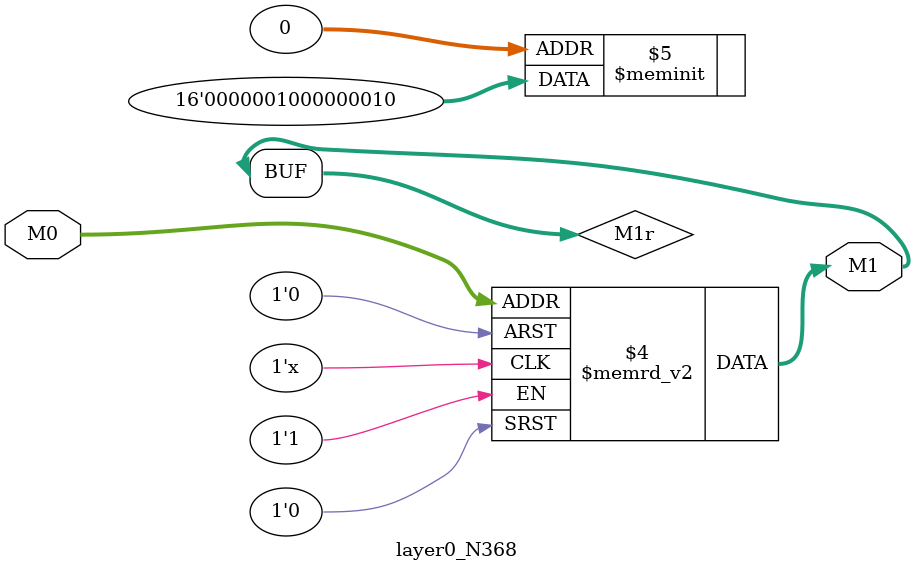
<source format=v>
module layer0_N368 ( input [2:0] M0, output [1:0] M1 );

	(*rom_style = "distributed" *) reg [1:0] M1r;
	assign M1 = M1r;
	always @ (M0) begin
		case (M0)
			3'b000: M1r = 2'b10;
			3'b100: M1r = 2'b10;
			3'b010: M1r = 2'b00;
			3'b110: M1r = 2'b00;
			3'b001: M1r = 2'b00;
			3'b101: M1r = 2'b00;
			3'b011: M1r = 2'b00;
			3'b111: M1r = 2'b00;

		endcase
	end
endmodule

</source>
